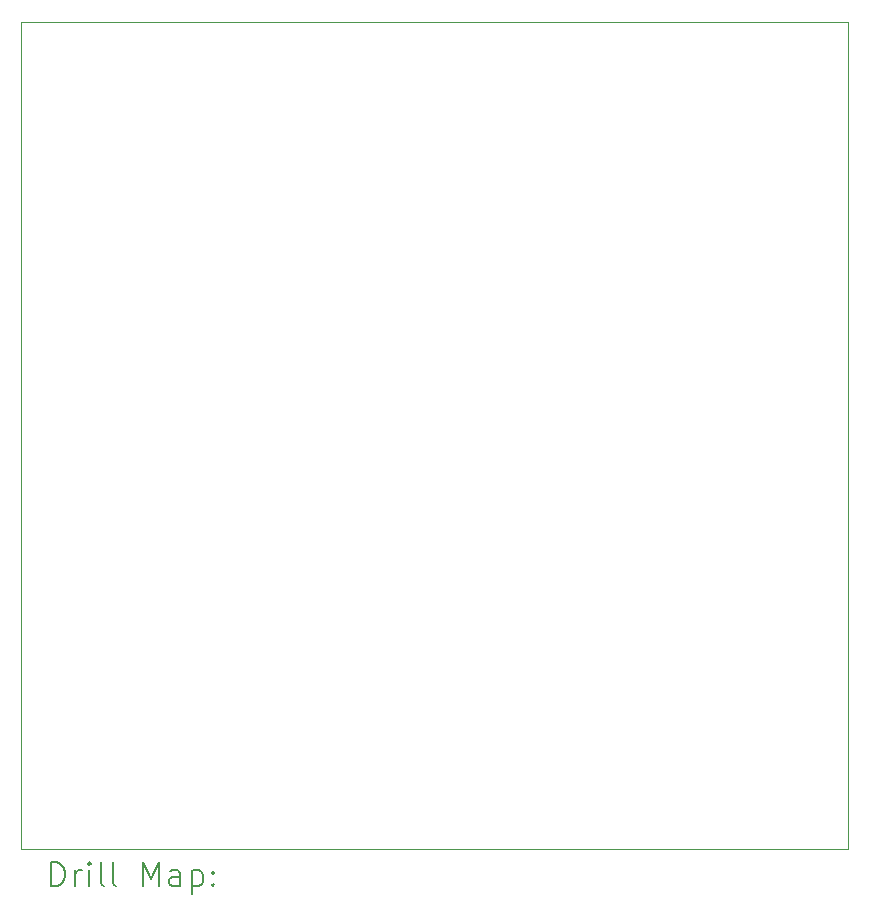
<source format=gbr>
%TF.GenerationSoftware,KiCad,Pcbnew,6.0.11-2627ca5db0~126~ubuntu22.04.1*%
%TF.CreationDate,2023-03-18T13:02:44+01:00*%
%TF.ProjectId,MiSTdon,4d695354-646f-46e2-9e6b-696361645f70,rev?*%
%TF.SameCoordinates,Original*%
%TF.FileFunction,Drillmap*%
%TF.FilePolarity,Positive*%
%FSLAX45Y45*%
G04 Gerber Fmt 4.5, Leading zero omitted, Abs format (unit mm)*
G04 Created by KiCad (PCBNEW 6.0.11-2627ca5db0~126~ubuntu22.04.1) date 2023-03-18 13:02:44*
%MOMM*%
%LPD*%
G01*
G04 APERTURE LIST*
%ADD10C,0.100000*%
%ADD11C,0.200000*%
G04 APERTURE END LIST*
D10*
X10000000Y-5000000D02*
X17000000Y-5000000D01*
X17000000Y-5000000D02*
X17000000Y-12000000D01*
X17000000Y-12000000D02*
X10000000Y-12000000D01*
X10000000Y-12000000D02*
X10000000Y-5000000D01*
D11*
X10252619Y-12315476D02*
X10252619Y-12115476D01*
X10300238Y-12115476D01*
X10328810Y-12125000D01*
X10347857Y-12144048D01*
X10357381Y-12163095D01*
X10366905Y-12201190D01*
X10366905Y-12229762D01*
X10357381Y-12267857D01*
X10347857Y-12286905D01*
X10328810Y-12305952D01*
X10300238Y-12315476D01*
X10252619Y-12315476D01*
X10452619Y-12315476D02*
X10452619Y-12182143D01*
X10452619Y-12220238D02*
X10462143Y-12201190D01*
X10471667Y-12191667D01*
X10490714Y-12182143D01*
X10509762Y-12182143D01*
X10576429Y-12315476D02*
X10576429Y-12182143D01*
X10576429Y-12115476D02*
X10566905Y-12125000D01*
X10576429Y-12134524D01*
X10585952Y-12125000D01*
X10576429Y-12115476D01*
X10576429Y-12134524D01*
X10700238Y-12315476D02*
X10681190Y-12305952D01*
X10671667Y-12286905D01*
X10671667Y-12115476D01*
X10805000Y-12315476D02*
X10785952Y-12305952D01*
X10776429Y-12286905D01*
X10776429Y-12115476D01*
X11033571Y-12315476D02*
X11033571Y-12115476D01*
X11100238Y-12258333D01*
X11166905Y-12115476D01*
X11166905Y-12315476D01*
X11347857Y-12315476D02*
X11347857Y-12210714D01*
X11338333Y-12191667D01*
X11319286Y-12182143D01*
X11281190Y-12182143D01*
X11262143Y-12191667D01*
X11347857Y-12305952D02*
X11328809Y-12315476D01*
X11281190Y-12315476D01*
X11262143Y-12305952D01*
X11252619Y-12286905D01*
X11252619Y-12267857D01*
X11262143Y-12248809D01*
X11281190Y-12239286D01*
X11328809Y-12239286D01*
X11347857Y-12229762D01*
X11443095Y-12182143D02*
X11443095Y-12382143D01*
X11443095Y-12191667D02*
X11462143Y-12182143D01*
X11500238Y-12182143D01*
X11519286Y-12191667D01*
X11528809Y-12201190D01*
X11538333Y-12220238D01*
X11538333Y-12277381D01*
X11528809Y-12296428D01*
X11519286Y-12305952D01*
X11500238Y-12315476D01*
X11462143Y-12315476D01*
X11443095Y-12305952D01*
X11624048Y-12296428D02*
X11633571Y-12305952D01*
X11624048Y-12315476D01*
X11614524Y-12305952D01*
X11624048Y-12296428D01*
X11624048Y-12315476D01*
X11624048Y-12191667D02*
X11633571Y-12201190D01*
X11624048Y-12210714D01*
X11614524Y-12201190D01*
X11624048Y-12191667D01*
X11624048Y-12210714D01*
M02*

</source>
